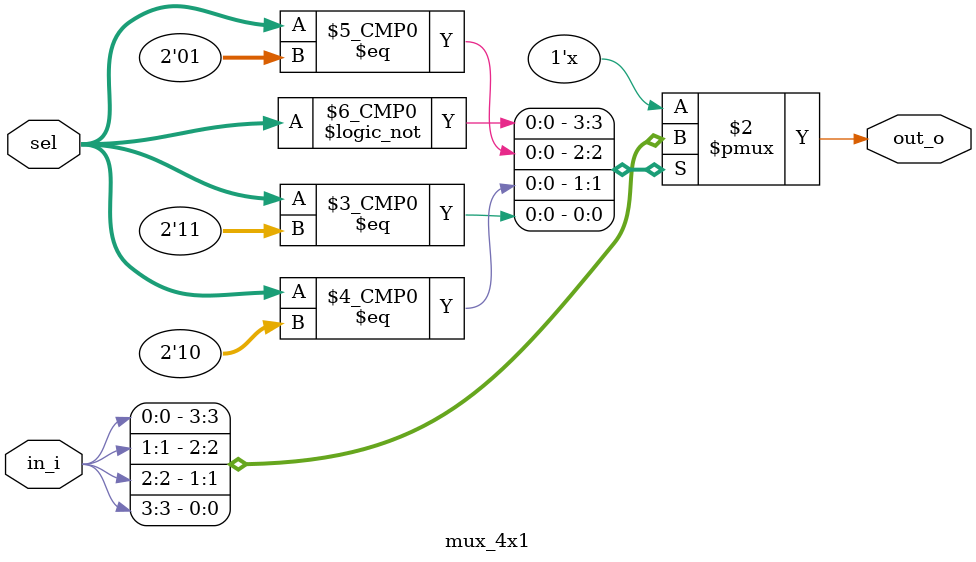
<source format=v>
module mux_4x1 (
    input [3:0] in_i,
    input [1:0] sel,
    output out_o
);

    always @(sel) begin
        case (sel) 
            2'b00: out_o = in_i[0];
            2'b01: out_o = in_i[1];
            2'b10: out_o = in_i[2];
            2'b11: out_o = in_i[3];
            default: out_o = 2'b0;
        endcase
    end
endmodule: mux_4x1

</source>
